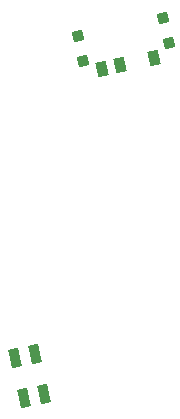
<source format=gbr>
%TF.GenerationSoftware,KiCad,Pcbnew,(6.0.7-1)-1*%
%TF.CreationDate,2022-09-15T11:19:35-04:00*%
%TF.ProjectId,skyline_pcb_right,736b796c-696e-4655-9f70-63625f726967,v1.0.0*%
%TF.SameCoordinates,Original*%
%TF.FileFunction,Paste,Top*%
%TF.FilePolarity,Positive*%
%FSLAX46Y46*%
G04 Gerber Fmt 4.6, Leading zero omitted, Abs format (unit mm)*
G04 Created by KiCad (PCBNEW (6.0.7-1)-1) date 2022-09-15 11:19:35*
%MOMM*%
%LPD*%
G01*
G04 APERTURE LIST*
G04 Aperture macros list*
%AMRotRect*
0 Rectangle, with rotation*
0 The origin of the aperture is its center*
0 $1 length*
0 $2 width*
0 $3 Rotation angle, in degrees counterclockwise*
0 Add horizontal line*
21,1,$1,$2,0,0,$3*%
G04 Aperture macros list end*
%ADD10RotRect,1.600000X0.850000X102.000000*%
%ADD11RotRect,0.900000X0.900000X12.000000*%
%ADD12RotRect,0.900000X1.250000X12.000000*%
G04 APERTURE END LIST*
D10*
%TO.C,REF\u002A\u002A*%
X168175957Y-146833094D03*
X167191889Y-150620456D03*
X168903648Y-150256611D03*
X166464198Y-147196939D03*
%TD*%
D11*
%TO.C,T1*%
X171776070Y-119924057D03*
X179471768Y-120537435D03*
X172233476Y-122075982D03*
X179014362Y-118385510D03*
D12*
X178256168Y-121792601D03*
X175321725Y-122416336D03*
X173854504Y-122728204D03*
%TD*%
M02*

</source>
